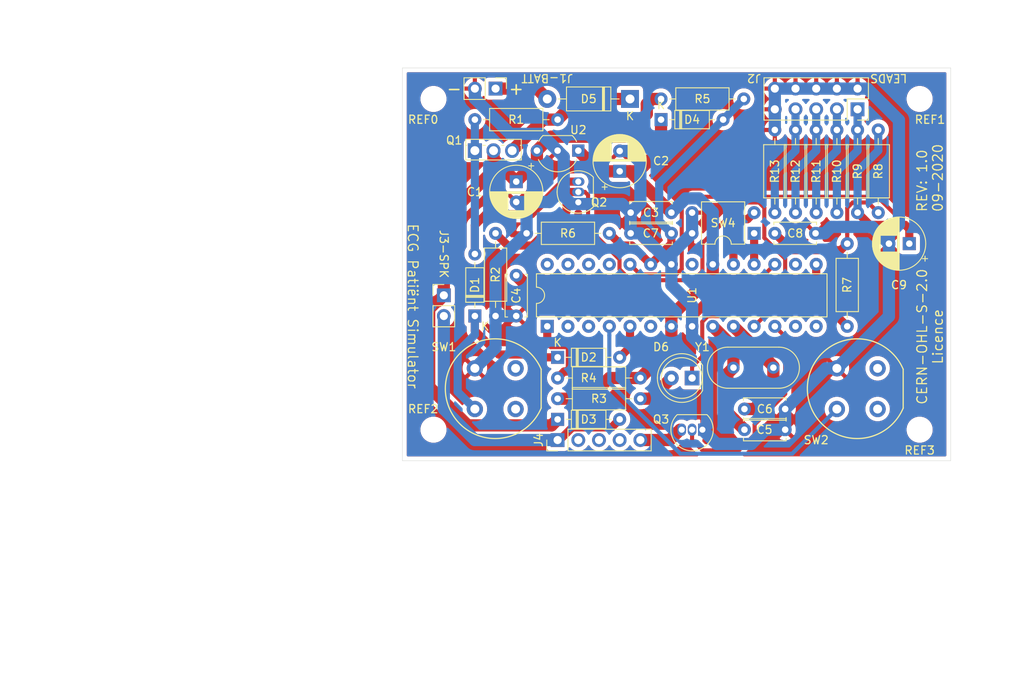
<source format=kicad_pcb>
(kicad_pcb (version 20171130) (host pcbnew "(5.1.0)-1")
  (title_block (title "ECG Patient Simulator for diagnostic use.") (date 2020-09-03) (rev 1.0) (company "Design:  Johan Smets - The STEAM Reactor") (comment 4 "3- or 5-Leadwire HeartRitme Generator fot testing ECG monitoring devices."))
  (layers (0 F.Cu signal) (31 B.Cu signal) (34 B.Paste user hide) (35 F.Paste user hide) (36 B.SilkS user) (37 F.SilkS user) (38 B.Mask user) (39 F.Mask user) (44 Edge.Cuts user))
  (net 0 "")
  (net 1 +9V)
  (net 2 "RL(Black)")
  (net 3 +5V)
  (net 4 "Net-(C5-Pad2)")
  (net 5 "Net-(C6-Pad2)")
  (net 6 "Net-(C7-Pad1)")
  (net 7 "Net-(C8-Pad1)")
  (net 8 "Net-(D1-Pad2)")
  (net 9 "Net-(D3-Pad2)")
  (net 10 "Net-(D5-Pad1)")
  (net 11 +BATT)
  (net 12 "LL(Green)")
  (net 13 "LA(Yellow)")
  (net 14 "V(White)")
  (net 15 "RA(Red)")
  (net 16 "Net-(J4-Pad2)")
  (net 17 "Net-(J4-Pad3)")
  (net 18 "Net-(J4-Pad4)")
  (net 19 "Net-(J4-Pad5)")
  (net 20 AutoPowerOff)
  (net 21 "Net-(Q3-Pad2)")
  (net 22 Wave)
  (net 23 "Net-(SW2-Pad1)")
  (net 24 "Net-(SW4-Pad1)")
  (net 25 "Net-(SW4-Pad2)")
  (net 26 "Net-(U1-Pad2)")
  (net 27 "Net-(U1-Pad16)")
  (net 28 "Net-(U1-Pad3)")
  (net 29 "Net-(U1-Pad21)")
  (net 30 "Net-(U1-Pad25)")
  (net 31 "Net-(U1-Pad26)")
  (net 32 "Net-(U1-Pad13)")
  (net 33 "Net-(U1-Pad27)")
  (net 34 "Net-(U1-Pad14)")
  (net 35 "Net-(U1-Pad28)")
  (net 36 SignalVoltage)
  (net 37 PowerOnSwitch)
  (net 38 "Net-(D2-Pad2)")
  (net 39 "Net-(D6-Pad1)")
  (net 40 "Net-(D6-Pad2)")
  (net 41 "Net-(R4-Pad2)")
  (net 42 "Net-(U1-Pad6)")
  (module MountingHole:MountingHole_2.2mm_M2_ISO7380 (layer F.Cu) (at 113.03 80.01)
    (fp_text reference REF0 (at -1.27 2.54) (layer F.SilkS))
    (fp_text value MountingHole_2.2mm_M2_ISO7380)
    (pad 1 np_thru_hole circle (at 0 0) (size 2.2 2.2) (drill 2.2) (layers *.Cu *.Mask))
  )
  (module MountingHole:MountingHole_2.2mm_M2_ISO7380 (layer F.Cu) (at 113.03 120.65)
    (fp_text reference REF2 (at -1.27 -2.54) (layer F.SilkS))
    (fp_text value MountingHole_2.2mm_M2_ISO7380)
    (pad 1 np_thru_hole circle (at 0 0) (size 2.2 2.2) (drill 2.2) (layers *.Cu *.Mask))
  )
  (module MountingHole:MountingHole_2.2mm_M2_ISO7380 (layer F.Cu) (at 172.72 120.65)
    (fp_text reference REF3 (at 0 2.54) (layer F.SilkS))
    (fp_text value MountingHole_2.2mm_M2_ISO7380)
    (pad 1 np_thru_hole circle (at 0 0) (size 2.2 2.2) (drill 2.2) (layers *.Cu *.Mask))
  )
  (module MountingHole:MountingHole_2.2mm_M2_ISO7380 (layer F.Cu) (at 172.72 80.01)
    (fp_text reference REF1 (at 1.27 2.54) (layer F.SilkS))
    (fp_text value MountingHole_2.2mm_M2_ISO7380)
    (pad 1 np_thru_hole circle (at 0 0) (size 2.2 2.2) (drill 2.2) (layers *.Cu *.Mask))
  )
  (module Capacitor_THT:CP_Radial_D6.3mm_P2.50mm (layer F.Cu) (at 123.19 90.17 270)
    (fp_text reference C1 (at 1.27 5.08) (layer F.SilkS))
    (fp_text value 10uF)
    (pad 1 thru_hole rect (at 0 0 270) (size 1.6 1.6) (drill 0.8) (layers *.Cu *.Mask) (net 1 +9V))
    (pad 2 thru_hole circle (at 2.5 0 270) (size 1.6 1.6) (drill 0.8) (layers *.Cu *.Mask) (net 2 "RL(Black)"))
  )
  (module Capacitor_THT:CP_Radial_D6.3mm_P2.50mm (layer F.Cu) (at 135.89 88.9 90)
    (fp_text reference C2 (at 1.27 5.08 180) (layer F.SilkS))
    (fp_text value 2,2uF)
    (pad 2 thru_hole circle (at 2.5 0 90) (size 1.6 1.6) (drill 0.8) (layers *.Cu *.Mask) (net 2 "RL(Black)"))
    (pad 1 thru_hole rect (at 0 0 90) (size 1.6 1.6) (drill 0.8) (layers *.Cu *.Mask) (net 3 +5V))
  )
  (module Capacitor_THT:C_Disc_D5.0mm_W2.5mm_P5.00mm (layer F.Cu) (at 142.24 93.98 180)
    (fp_text reference C3 (at 2.5 0 180) (layer F.SilkS))
    (fp_text value 100nF)
    (pad 2 thru_hole circle (at 5 0 180) (size 1.6 1.6) (drill 0.8) (layers *.Cu *.Mask) (net 2 "RL(Black)"))
    (pad 1 thru_hole circle (at 0 0 180) (size 1.6 1.6) (drill 0.8) (layers *.Cu *.Mask) (net 3 +5V))
  )
  (module Capacitor_THT:C_Disc_D5.0mm_W2.5mm_P5.00mm (layer F.Cu) (at 123.19 106.68 90)
    (fp_text reference C4 (at 2.5 0 90) (layer F.SilkS))
    (fp_text value 100nF)
    (pad 2 thru_hole circle (at 5 0 90) (size 1.6 1.6) (drill 0.8) (layers *.Cu *.Mask) (net 3 +5V))
    (pad 1 thru_hole circle (at 0 0 90) (size 1.6 1.6) (drill 0.8) (layers *.Cu *.Mask) (net 2 "RL(Black)"))
  )
  (module Capacitor_THT:C_Disc_D5.0mm_W2.5mm_P5.00mm (layer F.Cu) (at 156.21 120.65 180)
    (fp_text reference C5 (at 2.54 0 180) (layer F.SilkS))
    (fp_text value 22pF)
    (pad 1 thru_hole circle (at 0 0 180) (size 1.6 1.6) (drill 0.8) (layers *.Cu *.Mask) (net 2 "RL(Black)"))
    (pad 2 thru_hole circle (at 5 0 180) (size 1.6 1.6) (drill 0.8) (layers *.Cu *.Mask) (net 4 "Net-(C5-Pad2)"))
  )
  (module Capacitor_THT:C_Disc_D5.0mm_W2.5mm_P5.00mm (layer F.Cu) (at 156.21 118.11 180)
    (fp_text reference C6 (at 2.5 0 180) (layer F.SilkS))
    (fp_text value 22pF)
    (pad 2 thru_hole circle (at 5 0 180) (size 1.6 1.6) (drill 0.8) (layers *.Cu *.Mask) (net 5 "Net-(C6-Pad2)"))
    (pad 1 thru_hole circle (at 0 0 180) (size 1.6 1.6) (drill 0.8) (layers *.Cu *.Mask) (net 2 "RL(Black)"))
  )
  (module Capacitor_THT:C_Disc_D5.0mm_W2.5mm_P5.00mm (layer F.Cu) (at 142.24 96.52 180)
    (fp_text reference C7 (at 2.54 0 180) (layer F.SilkS))
    (fp_text value 200nF)
    (pad 1 thru_hole circle (at 0 0 180) (size 1.6 1.6) (drill 0.8) (layers *.Cu *.Mask) (net 6 "Net-(C7-Pad1)"))
    (pad 2 thru_hole circle (at 5 0 180) (size 1.6 1.6) (drill 0.8) (layers *.Cu *.Mask) (net 2 "RL(Black)"))
  )
  (module Capacitor_THT:C_Disc_D5.0mm_W2.5mm_P5.00mm (layer F.Cu) (at 154.94 96.52)
    (fp_text reference C8 (at 2.5 0) (layer F.SilkS))
    (fp_text value 47nF)
    (pad 1 thru_hole circle (at 0 0) (size 1.6 1.6) (drill 0.8) (layers *.Cu *.Mask) (net 7 "Net-(C8-Pad1)"))
    (pad 2 thru_hole circle (at 5 0) (size 1.6 1.6) (drill 0.8) (layers *.Cu *.Mask) (net 2 "RL(Black)"))
  )
  (module Capacitor_THT:CP_Radial_D6.3mm_P2.50mm (layer F.Cu) (at 171.45 97.79 180)
    (fp_text reference C9 (at 1.27 -5.08 180) (layer F.SilkS))
    (fp_text value 1uF)
    (pad 1 thru_hole rect (at 0 0 180) (size 1.6 1.6) (drill 0.8) (layers *.Cu *.Mask) (net 36 SignalVoltage))
    (pad 2 thru_hole circle (at 2.5 0 180) (size 1.6 1.6) (drill 0.8) (layers *.Cu *.Mask) (net 2 "RL(Black)"))
  )
  (module Diode_THT:D_DO-35_SOD27_P7.62mm_Horizontal (layer F.Cu) (at 118.11 106.68 90)
    (fp_text reference D1 (at 3.81 0 90) (layer F.SilkS))
    (fp_text value 1N4148)
    (fp_text user K (at -1.27 1.27 180) (layer F.SilkS))
    (pad 2 thru_hole oval (at 7.62 0 90) (size 1.6 1.6) (drill 0.8) (layers *.Cu *.Mask) (net 8 "Net-(D1-Pad2)"))
    (pad 1 thru_hole rect (at 0 0 90) (size 1.6 1.6) (drill 0.8) (layers *.Cu *.Mask) (net 37 PowerOnSwitch))
  )
  (module Diode_THT:D_DO-35_SOD27_P7.62mm_Horizontal (layer F.Cu) (at 128.27 111.76)
    (fp_text reference D2 (at 3.81 0) (layer F.SilkS))
    (fp_text value 1N4148)
    (fp_text user K (at 0 -1.8) (layer F.SilkS))
    (pad 1 thru_hole rect (at 0 0) (size 1.6 1.6) (drill 0.8) (layers *.Cu *.Mask) (net 37 PowerOnSwitch))
    (pad 2 thru_hole oval (at 7.62 0) (size 1.6 1.6) (drill 0.8) (layers *.Cu *.Mask) (net 38 "Net-(D2-Pad2)"))
  )
  (module Diode_THT:D_DO-35_SOD27_P7.62mm_Horizontal (layer F.Cu) (at 128.27 119.38)
    (fp_text reference D3 (at 3.81 0) (layer F.SilkS))
    (fp_text value 1N4148)
    (pad 2 thru_hole oval (at 7.62 0) (size 1.6 1.6) (drill 0.8) (layers *.Cu *.Mask) (net 9 "Net-(D3-Pad2)"))
    (pad 1 thru_hole rect (at 0 0) (size 1.6 1.6) (drill 0.8) (layers *.Cu *.Mask) (net 1 +9V))
  )
  (module Diode_THT:D_DO-35_SOD27_P7.62mm_Horizontal (layer F.Cu) (at 140.97 82.55)
    (fp_text reference D4 (at 3.81 0) (layer F.SilkS))
    (fp_text value 1N4148)
    (fp_text user K (at 0 -1.8) (layer F.SilkS))
    (pad 1 thru_hole rect (at 0 0) (size 1.6 1.6) (drill 0.8) (layers *.Cu *.Mask) (net 3 +5V))
    (pad 2 thru_hole oval (at 7.62 0) (size 1.6 1.6) (drill 0.8) (layers *.Cu *.Mask) (net 6 "Net-(C7-Pad1)"))
  )
  (module Diode_THT:D_DO-41_SOD81_P10.16mm_Horizontal (layer F.Cu) (at 137.16 80.01 180)
    (fp_text reference D5 (at 5.08 0 180) (layer F.SilkS))
    (fp_text value 1N4001)
    (fp_text user K (at 0 -2.1 180) (layer F.SilkS))
    (pad 1 thru_hole rect (at 0 0 180) (size 2.2 2.2) (drill 1.1) (layers *.Cu *.Mask) (net 10 "Net-(D5-Pad1)"))
    (pad 2 thru_hole oval (at 10.16 0 180) (size 2.2 2.2) (drill 1.1) (layers *.Cu *.Mask) (net 11 +BATT))
  )
  (module LED_THT:LED_D5.0mm (layer F.Cu) (at 144.78 114.3 180)
    (fp_text reference D6 (at 3.81 3.81 180) (layer F.SilkS))
    (fp_text value LED)
    (pad 1 thru_hole rect (at 0 0 180) (size 1.8 1.8) (drill 0.9) (layers *.Cu *.Mask) (net 39 "Net-(D6-Pad1)"))
    (pad 2 thru_hole circle (at 2.54 0 180) (size 1.8 1.8) (drill 0.9) (layers *.Cu *.Mask) (net 40 "Net-(D6-Pad2)"))
  )
  (module Connector_PinHeader_2.54mm:PinHeader_1x02_P2.54mm_Vertical (layer F.Cu) (at 120.65 78.74 270)
    (fp_text reference J1-BATT (at -1.27 -6.35 180 unlocked) (layer F.SilkS))
    (fp_text value "Battery Connector")
    (pad 1 thru_hole rect (at 0 0 270) (size 1.7 1.7) (drill 1) (layers *.Cu *.Mask) (net 11 +BATT))
    (pad 2 thru_hole oval (at 0 2.54 270) (size 1.7 1.7) (drill 1) (layers *.Cu *.Mask) (net 2 "RL(Black)"))
  )
  (module Connector_PinSocket_2.54mm:PinSocket_2x05_P2.54mm_Vertical (layer F.Cu) (at 165.1 81.28 270)
    (fp_text reference J2 (at -3.81 12.7 180 unlocked) (layer F.SilkS))
    (fp_text value "LeadWire Connector")
    (pad 1 thru_hole rect (at 0 0 270) (size 1.7 1.7) (drill 1) (layers *.Cu *.Mask) (net 12 "LL(Green)"))
    (pad 2 thru_hole oval (at -2.54 0 270) (size 1.7 1.7) (drill 1) (layers *.Cu *.Mask) (net 2 "RL(Black)"))
    (pad 3 thru_hole oval (at 0 2.54 270) (size 1.7 1.7) (drill 1) (layers *.Cu *.Mask) (net 13 "LA(Yellow)"))
    (pad 4 thru_hole oval (at -2.54 2.54 270) (size 1.7 1.7) (drill 1) (layers *.Cu *.Mask) (net 2 "RL(Black)"))
    (pad 5 thru_hole oval (at 0 5.08 270) (size 1.7 1.7) (drill 1) (layers *.Cu *.Mask) (net 14 "V(White)"))
    (pad 6 thru_hole oval (at -2.54 5.08 270) (size 1.7 1.7) (drill 1) (layers *.Cu *.Mask) (net 2 "RL(Black)"))
    (pad 7 thru_hole oval (at 0 7.62 270) (size 1.7 1.7) (drill 1) (layers *.Cu *.Mask) (net 15 "RA(Red)"))
    (pad 8 thru_hole oval (at -2.54 7.62 270) (size 1.7 1.7) (drill 1) (layers *.Cu *.Mask) (net 2 "RL(Black)"))
    (pad 9 thru_hole oval (at 0 10.16 270) (size 1.7 1.7) (drill 1) (layers *.Cu *.Mask) (net 2 "RL(Black)"))
    (pad 10 thru_hole oval (at -2.54 10.16 270) (size 1.7 1.7) (drill 1) (layers *.Cu *.Mask) (net 2 "RL(Black)"))
  )
  (module Connector_PinHeader_2.54mm:PinHeader_1x02_P2.54mm_Vertical (layer F.Cu) (at 114.3 104.14)
    (fp_text reference J3-SPK (at 0 -5.08 270 unlocked) (layer F.SilkS))
    (fp_text value "Speaker Connector")
    (pad 2 thru_hole oval (at 0 2.54) (size 1.7 1.7) (drill 1) (layers *.Cu *.Mask) (net 9 "Net-(D3-Pad2)"))
    (pad 1 thru_hole rect (at 0 0) (size 1.7 1.7) (drill 1) (layers *.Cu *.Mask) (net 1 +9V))
  )
  (module Connector_PinHeader_2.54mm:PinHeader_1x05_P2.54mm_Vertical (layer F.Cu) (at 128.27 121.92 90)
    (fp_text reference J4 (at 0 -2.33 90) (layer F.SilkS))
    (fp_text value "Att Resistor")
    (pad 1 thru_hole rect (at 0 0 90) (size 1.7 1.7) (drill 1) (layers *.Cu *.Mask) (net 9 "Net-(D3-Pad2)"))
    (pad 2 thru_hole oval (at 0 2.54 90) (size 1.7 1.7) (drill 1) (layers *.Cu *.Mask) (net 16 "Net-(J4-Pad2)"))
    (pad 3 thru_hole oval (at 0 5.08 90) (size 1.7 1.7) (drill 1) (layers *.Cu *.Mask) (net 17 "Net-(J4-Pad3)"))
    (pad 4 thru_hole oval (at 0 7.62 90) (size 1.7 1.7) (drill 1) (layers *.Cu *.Mask) (net 18 "Net-(J4-Pad4)"))
    (pad 5 thru_hole oval (at 0 10.16 90) (size 1.7 1.7) (drill 1) (layers *.Cu *.Mask) (net 19 "Net-(J4-Pad5)"))
  )
  (module Package_TO_SOT_THT:TO-251-3_Vertical (layer F.Cu) (at 118.11 86.36)
    (fp_text reference Q1 (at -2.54 -1.27) (layer F.SilkS))
    (fp_text value IRFU9024)
    (pad 1 thru_hole rect (at 0 0) (size 1.7175 1.8) (drill 1.1) (layers *.Cu *.Mask) (net 8 "Net-(D1-Pad2)"))
    (pad 2 thru_hole oval (at 2.29 0) (size 1.7175 1.8) (drill 1.1) (layers *.Cu *.Mask) (net 1 +9V))
    (pad 3 thru_hole oval (at 4.58 0) (size 1.7175 1.8) (drill 1.1) (layers *.Cu *.Mask) (net 10 "Net-(D5-Pad1)"))
  )
  (module Package_TO_SOT_THT:TO-92_Inline (layer F.Cu) (at 130.81 92.71 90)
    (fp_text reference Q2 (at 0 2.54 180) (layer F.SilkS))
    (fp_text value 2N7000)
    (pad 1 thru_hole rect (at 0 0 90) (size 1.05 1.5) (drill 0.75) (layers *.Cu *.Mask) (net 2 "RL(Black)"))
    (pad 3 thru_hole oval (at 2.54 0 90) (size 1.05 1.5) (drill 0.75) (layers *.Cu *.Mask) (net 8 "Net-(D1-Pad2)"))
    (pad 2 thru_hole oval (at 1.27 0 90) (size 1.05 1.5) (drill 0.75) (layers *.Cu *.Mask) (net 20 AutoPowerOff))
  )
  (module Package_TO_SOT_THT:TO-92_Inline (layer F.Cu) (at 146.05 120.65 180)
    (fp_text reference Q3 (at 5.08 1.27 180) (layer F.SilkS))
    (fp_text value 2N7000)
    (pad 2 thru_hole oval (at 1.27 0 180) (size 1.05 1.5) (drill 0.75) (layers *.Cu *.Mask) (net 21 "Net-(Q3-Pad2)"))
    (pad 3 thru_hole oval (at 2.54 0 180) (size 1.05 1.5) (drill 0.75) (layers *.Cu *.Mask) (net 19 "Net-(J4-Pad5)"))
    (pad 1 thru_hole rect (at 0 0 180) (size 1.05 1.5) (drill 0.75) (layers *.Cu *.Mask) (net 2 "RL(Black)"))
  )
  (module Resistor_THT:R_Axial_DIN0207_L6.3mm_D2.5mm_P10.16mm_Horizontal (layer F.Cu) (at 118.11 82.55)
    (fp_text reference R1 (at 5.08 0) (layer F.SilkS))
    (fp_text value 56K)
    (pad 2 thru_hole oval (at 10.16 0) (size 1.6 1.6) (drill 0.8) (layers *.Cu *.Mask) (net 10 "Net-(D5-Pad1)"))
    (pad 1 thru_hole circle (at 0 0) (size 1.6 1.6) (drill 0.8) (layers *.Cu *.Mask) (net 8 "Net-(D1-Pad2)"))
  )
  (module Resistor_THT:R_Axial_DIN0207_L6.3mm_D2.5mm_P10.16mm_Horizontal (layer F.Cu) (at 120.65 96.52 270)
    (fp_text reference R2 (at 5.08 0 270) (layer F.SilkS))
    (fp_text value 56K)
    (pad 1 thru_hole circle (at 0 0 270) (size 1.6 1.6) (drill 0.8) (layers *.Cu *.Mask) (net 20 AutoPowerOff))
    (pad 2 thru_hole oval (at 10.16 0 270) (size 1.6 1.6) (drill 0.8) (layers *.Cu *.Mask) (net 2 "RL(Black)"))
  )
  (module Resistor_THT:R_Axial_DIN0207_L6.3mm_D2.5mm_P10.16mm_Horizontal (layer F.Cu) (at 128.27 116.84)
    (fp_text reference R3 (at 5.08 0) (layer F.SilkS))
    (fp_text value 220R)
    (pad 2 thru_hole oval (at 10.16 0) (size 1.6 1.6) (drill 0.8) (layers *.Cu *.Mask) (net 40 "Net-(D6-Pad2)"))
    (pad 1 thru_hole circle (at 0 0) (size 1.6 1.6) (drill 0.8) (layers *.Cu *.Mask) (net 3 +5V))
  )
  (module Resistor_THT:R_Axial_DIN0207_L6.3mm_D2.5mm_P10.16mm_Horizontal (layer F.Cu) (at 138.43 114.3 180)
    (fp_text reference R4 (at 6.35 0 180) (layer F.SilkS))
    (fp_text value 10K)
    (pad 1 thru_hole circle (at 0 0 180) (size 1.6 1.6) (drill 0.8) (layers *.Cu *.Mask) (net 3 +5V))
    (pad 2 thru_hole oval (at 10.16 0 180) (size 1.6 1.6) (drill 0.8) (layers *.Cu *.Mask) (net 41 "Net-(R4-Pad2)"))
  )
  (module Resistor_THT:R_Axial_DIN0207_L6.3mm_D2.5mm_P10.16mm_Horizontal (layer F.Cu) (at 140.97 80.01)
    (fp_text reference R5 (at 5.08 0) (layer F.SilkS))
    (fp_text value 5K6)
    (pad 2 thru_hole oval (at 10.16 0) (size 1.6 1.6) (drill 0.8) (layers *.Cu *.Mask) (net 6 "Net-(C7-Pad1)"))
    (pad 1 thru_hole circle (at 0 0) (size 1.6 1.6) (drill 0.8) (layers *.Cu *.Mask) (net 1 +9V))
  )
  (module Resistor_THT:R_Axial_DIN0207_L6.3mm_D2.5mm_P10.16mm_Horizontal (layer F.Cu) (at 134.62 96.52 180)
    (fp_text reference R6 (at 5.08 0 180) (layer F.SilkS))
    (fp_text value 2K7)
    (pad 1 thru_hole circle (at 0 0 180) (size 1.6 1.6) (drill 0.8) (layers *.Cu *.Mask) (net 6 "Net-(C7-Pad1)"))
    (pad 2 thru_hole oval (at 10.16 0 180) (size 1.6 1.6) (drill 0.8) (layers *.Cu *.Mask) (net 2 "RL(Black)"))
  )
  (module Resistor_THT:R_Axial_DIN0207_L6.3mm_D2.5mm_P10.16mm_Horizontal (layer F.Cu) (at 163.83 97.79 270)
    (fp_text reference R7 (at 5.08 0 270) (layer F.SilkS))
    (fp_text value 10K)
    (pad 1 thru_hole circle (at 0 0 270) (size 1.6 1.6) (drill 0.8) (layers *.Cu *.Mask) (net 7 "Net-(C8-Pad1)"))
    (pad 2 thru_hole oval (at 10.16 0 270) (size 1.6 1.6) (drill 0.8) (layers *.Cu *.Mask) (net 22 Wave))
  )
  (module Resistor_THT:R_Axial_DIN0207_L6.3mm_D2.5mm_P10.16mm_Horizontal (layer F.Cu) (at 167.64 83.82 270)
    (fp_text reference R8 (at 5.08 0 270) (layer F.SilkS))
    (fp_text value 820R)
    (pad 2 thru_hole oval (at 10.16 0 270) (size 1.6 1.6) (drill 0.8) (layers *.Cu *.Mask) (net 7 "Net-(C8-Pad1)"))
    (pad 1 thru_hole circle (at 0 0 270) (size 1.6 1.6) (drill 0.8) (layers *.Cu *.Mask) (net 36 SignalVoltage))
  )
  (module Resistor_THT:R_Axial_DIN0207_L6.3mm_D2.5mm_P10.16mm_Horizontal (layer F.Cu) (at 165.1 83.82 270)
    (fp_text reference R9 (at 5.08 0 270) (layer F.SilkS))
    (fp_text value 470K)
    (pad 1 thru_hole circle (at 0 0 270) (size 1.6 1.6) (drill 0.8) (layers *.Cu *.Mask) (net 12 "LL(Green)"))
    (pad 2 thru_hole oval (at 10.16 0 270) (size 1.6 1.6) (drill 0.8) (layers *.Cu *.Mask) (net 36 SignalVoltage))
  )
  (module Resistor_THT:R_Axial_DIN0207_L6.3mm_D2.5mm_P10.16mm_Horizontal (layer F.Cu) (at 162.56 83.82 270)
    (fp_text reference R10 (at 5.08 0 270) (layer F.SilkS))
    (fp_text value 330R)
    (pad 2 thru_hole oval (at 10.16 0 270) (size 1.6 1.6) (drill 0.8) (layers *.Cu *.Mask) (net 12 "LL(Green)"))
    (pad 1 thru_hole circle (at 0 0 270) (size 1.6 1.6) (drill 0.8) (layers *.Cu *.Mask) (net 13 "LA(Yellow)"))
  )
  (module Resistor_THT:R_Axial_DIN0207_L6.3mm_D2.5mm_P10.16mm_Horizontal (layer F.Cu) (at 160.02 93.98 90)
    (fp_text reference R11 (at 5.08 0 90) (layer F.SilkS))
    (fp_text value 27R)
    (pad 1 thru_hole circle (at 0 0 90) (size 1.6 1.6) (drill 0.8) (layers *.Cu *.Mask) (net 13 "LA(Yellow)"))
    (pad 2 thru_hole oval (at 10.16 0 90) (size 1.6 1.6) (drill 0.8) (layers *.Cu *.Mask) (net 14 "V(White)"))
  )
  (module Resistor_THT:R_Axial_DIN0207_L6.3mm_D2.5mm_P10.16mm_Horizontal (layer F.Cu) (at 157.48 93.98 90)
    (fp_text reference R12 (at 5.08 0 90) (layer F.SilkS))
    (fp_text value 82R)
    (pad 2 thru_hole oval (at 10.16 0 90) (size 1.6 1.6) (drill 0.8) (layers *.Cu *.Mask) (net 15 "RA(Red)"))
    (pad 1 thru_hole circle (at 0 0 90) (size 1.6 1.6) (drill 0.8) (layers *.Cu *.Mask) (net 14 "V(White)"))
  )
  (module Resistor_THT:R_Axial_DIN0207_L6.3mm_D2.5mm_P10.16mm_Horizontal (layer F.Cu) (at 154.94 93.98 90)
    (fp_text reference R13 (at 5.08 0 90) (layer F.SilkS))
    (fp_text value 390R)
    (pad 1 thru_hole circle (at 0 0 90) (size 1.6 1.6) (drill 0.8) (layers *.Cu *.Mask) (net 15 "RA(Red)"))
    (pad 2 thru_hole oval (at 10.16 0 90) (size 1.6 1.6) (drill 0.8) (layers *.Cu *.Mask) (net 2 "RL(Black)"))
  )
  (module Button_Switch_THT:Push_E-Switch_KS01Q01 (layer F.Cu) (at 118.11 118.11 90)
    (fp_text reference SW1 (at 7.62 -3.81 180) (layer F.SilkS))
    (fp_text value UP)
    (pad 3 thru_hole circle (at 0 5 90) (size 2 2) (drill 1.1) (layers *.Cu *.Mask))
    (pad 4 thru_hole circle (at 5 5 90) (size 2 2) (drill 1.1) (layers *.Cu *.Mask))
    (pad 2 thru_hole circle (at 5 0 90) (size 2 2) (drill 1.1) (layers *.Cu *.Mask) (net 2 "RL(Black)"))
    (pad 1 thru_hole circle (at 0 0 90) (size 2 2) (drill 1.1) (layers *.Cu *.Mask) (net 37 PowerOnSwitch))
  )
  (module Button_Switch_THT:Push_E-Switch_KS01Q01 (layer F.Cu) (at 162.56 118.11 90)
    (fp_text reference SW2 (at -3.81 -2.54 180) (layer F.SilkS))
    (fp_text value DOWN)
    (pad 1 thru_hole circle (at 0 0 90) (size 2 2) (drill 1.1) (layers *.Cu *.Mask) (net 23 "Net-(SW2-Pad1)"))
    (pad 2 thru_hole circle (at 5 0 90) (size 2 2) (drill 1.1) (layers *.Cu *.Mask) (net 2 "RL(Black)"))
    (pad 4 thru_hole circle (at 5 5 90) (size 2 2) (drill 1.1) (layers *.Cu *.Mask))
    (pad 3 thru_hole circle (at 0 5 90) (size 2 2) (drill 1.1) (layers *.Cu *.Mask))
  )
  (module Package_DIP:DIP-4_W7.62mm (layer F.Cu) (at 152.4 96.52 180)
    (fp_text reference SW4 (at 3.81 1.27 180) (layer F.SilkS))
    (fp_text value DIP_x02)
    (pad 1 thru_hole rect (at 0 0 180) (size 1.6 1.6) (drill 0.8) (layers *.Cu *.Mask) (net 24 "Net-(SW4-Pad1)"))
    (pad 3 thru_hole oval (at 7.62 2.54 180) (size 1.6 1.6) (drill 0.8) (layers *.Cu *.Mask) (net 2 "RL(Black)"))
    (pad 2 thru_hole oval (at 0 2.54 180) (size 1.6 1.6) (drill 0.8) (layers *.Cu *.Mask) (net 25 "Net-(SW4-Pad2)"))
    (pad 4 thru_hole oval (at 7.62 0 180) (size 1.6 1.6) (drill 0.8) (layers *.Cu *.Mask) (net 2 "RL(Black)"))
  )
  (module Package_DIP:DIP-28_W7.62mm (layer F.Cu) (at 127 107.95 90)
    (fp_text reference U1 (at 3.81 17.78 90) (layer F.SilkS))
    (fp_text value ATmega328-PU)
    (pad 1 thru_hole rect (at 0 0 90) (size 1.6 1.6) (drill 0.8) (layers *.Cu *.Mask) (net 41 "Net-(R4-Pad2)"))
    (pad 15 thru_hole oval (at 7.62 33.02 90) (size 1.6 1.6) (drill 0.8) (layers *.Cu *.Mask) (net 22 Wave))
    (pad 2 thru_hole oval (at 0 2.54 90) (size 1.6 1.6) (drill 0.8) (layers *.Cu *.Mask) (net 26 "Net-(U1-Pad2)"))
    (pad 16 thru_hole oval (at 7.62 30.48 90) (size 1.6 1.6) (drill 0.8) (layers *.Cu *.Mask) (net 27 "Net-(U1-Pad16)"))
    (pad 3 thru_hole oval (at 0 5.08 90) (size 1.6 1.6) (drill 0.8) (layers *.Cu *.Mask) (net 28 "Net-(U1-Pad3)"))
    (pad 17 thru_hole oval (at 7.62 27.94 90) (size 1.6 1.6) (drill 0.8) (layers *.Cu *.Mask) (net 39 "Net-(D6-Pad1)"))
    (pad 4 thru_hole oval (at 0 7.62 90) (size 1.6 1.6) (drill 0.8) (layers *.Cu *.Mask) (net 23 "Net-(SW2-Pad1)"))
    (pad 18 thru_hole oval (at 7.62 25.4 90) (size 1.6 1.6) (drill 0.8) (layers *.Cu *.Mask) (net 24 "Net-(SW4-Pad1)"))
    (pad 5 thru_hole oval (at 0 10.16 90) (size 1.6 1.6) (drill 0.8) (layers *.Cu *.Mask) (net 38 "Net-(D2-Pad2)"))
    (pad 19 thru_hole oval (at 7.62 22.86 90) (size 1.6 1.6) (drill 0.8) (layers *.Cu *.Mask) (net 25 "Net-(SW4-Pad2)"))
    (pad 6 thru_hole oval (at 0 12.7 90) (size 1.6 1.6) (drill 0.8) (layers *.Cu *.Mask) (net 42 "Net-(U1-Pad6)"))
    (pad 20 thru_hole oval (at 7.62 20.32 90) (size 1.6 1.6) (drill 0.8) (layers *.Cu *.Mask) (net 3 +5V))
    (pad 7 thru_hole oval (at 0 15.24 90) (size 1.6 1.6) (drill 0.8) (layers *.Cu *.Mask) (net 3 +5V))
    (pad 21 thru_hole oval (at 7.62 17.78 90) (size 1.6 1.6) (drill 0.8) (layers *.Cu *.Mask) (net 29 "Net-(U1-Pad21)"))
    (pad 8 thru_hole oval (at 0 17.78 90) (size 1.6 1.6) (drill 0.8) (layers *.Cu *.Mask) (net 2 "RL(Black)"))
    (pad 22 thru_hole oval (at 7.62 15.24 90) (size 1.6 1.6) (drill 0.8) (layers *.Cu *.Mask) (net 2 "RL(Black)"))
    (pad 9 thru_hole oval (at 0 20.32 90) (size 1.6 1.6) (drill 0.8) (layers *.Cu *.Mask) (net 4 "Net-(C5-Pad2)"))
    (pad 23 thru_hole oval (at 7.62 12.7 90) (size 1.6 1.6) (drill 0.8) (layers *.Cu *.Mask) (net 6 "Net-(C7-Pad1)"))
    (pad 10 thru_hole oval (at 0 22.86 90) (size 1.6 1.6) (drill 0.8) (layers *.Cu *.Mask) (net 5 "Net-(C6-Pad2)"))
    (pad 24 thru_hole oval (at 7.62 10.16 90) (size 1.6 1.6) (drill 0.8) (layers *.Cu *.Mask) (net 36 SignalVoltage))
    (pad 11 thru_hole oval (at 0 25.4 90) (size 1.6 1.6) (drill 0.8) (layers *.Cu *.Mask) (net 20 AutoPowerOff))
    (pad 25 thru_hole oval (at 7.62 7.62 90) (size 1.6 1.6) (drill 0.8) (layers *.Cu *.Mask) (net 30 "Net-(U1-Pad25)"))
    (pad 12 thru_hole oval (at 0 27.94 90) (size 1.6 1.6) (drill 0.8) (layers *.Cu *.Mask) (net 21 "Net-(Q3-Pad2)"))
    (pad 26 thru_hole oval (at 7.62 5.08 90) (size 1.6 1.6) (drill 0.8) (layers *.Cu *.Mask) (net 31 "Net-(U1-Pad26)"))
    (pad 13 thru_hole oval (at 0 30.48 90) (size 1.6 1.6) (drill 0.8) (layers *.Cu *.Mask) (net 32 "Net-(U1-Pad13)"))
    (pad 27 thru_hole oval (at 7.62 2.54 90) (size 1.6 1.6) (drill 0.8) (layers *.Cu *.Mask) (net 33 "Net-(U1-Pad27)"))
    (pad 14 thru_hole oval (at 0 33.02 90) (size 1.6 1.6) (drill 0.8) (layers *.Cu *.Mask) (net 34 "Net-(U1-Pad14)"))
    (pad 28 thru_hole oval (at 7.62 0 90) (size 1.6 1.6) (drill 0.8) (layers *.Cu *.Mask) (net 35 "Net-(U1-Pad28)"))
  )
  (module Package_TO_SOT_THT:TO-92_Inline_Wide (layer F.Cu) (at 130.81 86.36 180)
    (fp_text reference U2 (at 0 2.54 180) (layer F.SilkS))
    (fp_text value LE50ABZ)
    (pad 2 thru_hole circle (at 2.54 0 270) (size 1.5 1.5) (drill 0.8) (layers *.Cu *.Mask) (net 2 "RL(Black)"))
    (pad 3 thru_hole circle (at 5.08 0 270) (size 1.5 1.5) (drill 0.8) (layers *.Cu *.Mask) (net 1 +9V))
    (pad 1 thru_hole rect (at 0 0 270) (size 1.5 1.5) (drill 0.8) (layers *.Cu *.Mask) (net 3 +5V))
  )
  (module Crystal:Crystal_HC18-U_Vertical (layer F.Cu) (at 149.86 113.03)
    (fp_text reference Y1 (at -3.81 -2.54) (layer F.SilkS))
    (fp_text value 16Mhz)
    (pad 1 thru_hole circle (at 0 0) (size 1.5 1.5) (drill 0.8) (layers *.Cu *.Mask) (net 4 "Net-(C5-Pad2)"))
    (pad 2 thru_hole circle (at 4.9 0) (size 1.5 1.5) (drill 0.8) (layers *.Cu *.Mask) (net 5 "Net-(C6-Pad2)"))
  )
  (gr_text "CERN-OHL-S-2.0\nLicence" (at 173.99 109.22 90) (layer F.SilkS) (effects (font (size 1.2 1.2))))
  (gr_text LEADS (at 168.91 77.47 180) (layer F.SilkS) (effects (font (size 1 1))))
  (gr_text - (at 115.57 78.74) (layer F.SilkS) (effects (font (size 1.5 1.5) (thickness 0.2))))
  (gr_text + (at 123.19 78.74) (layer F.SilkS) (effects (font (size 1.5 1.5) (thickness 0.2))))
  (gr_text "REV: 1.0\n09-2020" (at 173.99 93.98 90) (layer F.SilkS) (effects (font (size 1.2 1.2)) (justify left)))
  (gr_text "ECG Patiënt Simulator" (at 110.49 95.25 270) (layer F.SilkS) (effects (font (size 1.2 1.2)) (justify left)))
  (gr_line (start 109.22 76.2) (end 109.22 124.46) (layer Edge.Cuts) (width 0.05))
  (gr_line (start 176.53 76.2) (end 109.22 76.2) (layer Edge.Cuts) (width 0.05))
  (gr_line (start 176.53 124.46) (end 176.53 76.2) (layer Edge.Cuts) (width 0.05))
  (gr_line (start 109.22 124.46) (end 176.53 124.46) (layer Edge.Cuts) (width 0.05))
  (segment (start 120.4 87.38) (end 123.19 90.17) (width 1.5) (layer F.Cu) (net 1))
  (segment (start 120.4 86.36) (end 120.4 87.38) (width 1.5) (layer F.Cu) (net 1))
  (segment (start 123.19 90.17) (end 125.73 87.63) (width 1.5) (layer F.Cu) (net 1))
  (segment (start 125.73 87.63) (end 125.73 86.36) (width 1.5) (layer F.Cu) (net 1))
  (segment (start 114.3 101.79) (end 114.3 104.14) (width 1.5) (layer F.Cu) (net 1))
  (segment (start 114.3 94.86) (end 114.3 101.79) (width 1.5) (layer F.Cu) (net 1))
  (segment (start 120.4 88.76) (end 114.3 94.86) (width 1.5) (layer F.Cu) (net 1))
  (segment (start 120.4 86.36) (end 120.4 88.76) (width 1.5) (layer F.Cu) (net 1))
  (segment (start 127.530001 120.119999) (end 128.27 119.38) (width 1.5) (layer F.Cu) (net 1))
  (segment (start 114.3 104.14) (end 113.560001 104.879999) (width 1.5) (layer F.Cu) (net 1))
  (segment (start 113.560001 104.879999) (end 113.435999 104.879999) (width 1.5) (layer F.Cu) (net 1))
  (segment (start 113.435999 104.879999) (end 112.499999 105.815999) (width 1.5) (layer F.Cu) (net 1))
  (segment (start 112.499999 105.815999) (end 112.499999 115.386001) (width 1.5) (layer F.Cu) (net 1))
  (segment (start 112.499999 115.386001) (end 117.233997 120.119999) (width 1.5) (layer F.Cu) (net 1))
  (segment (start 117.233997 120.119999) (end 127.530001 120.119999) (width 1.5) (layer F.Cu) (net 1))
  (segment (start 139.83863 80.01) (end 140.97 80.01) (width 1.5) (layer F.Cu) (net 1))
  (segment (start 139.219999 80.628631) (end 139.83863 80.01) (width 1.5) (layer F.Cu) (net 1))
  (segment (start 139.219999 81.860003) (end 139.219999 80.628631) (width 1.5) (layer F.Cu) (net 1))
  (segment (start 136.430003 84.649999) (end 139.219999 81.860003) (width 1.5) (layer F.Cu) (net 1))
  (segment (start 127.440001 84.649999) (end 136.430003 84.649999) (width 1.5) (layer F.Cu) (net 1))
  (segment (start 125.73 86.36) (end 127.440001 84.649999) (width 1.5) (layer F.Cu) (net 1))
  (segment (start 127.520001 85.610001) (end 128.27 86.36) (width 1.5) (layer B.Cu) (net 2))
  (segment (start 126.210001 84.300001) (end 127.520001 85.610001) (width 1.5) (layer B.Cu) (net 2))
  (segment (start 122.450003 84.300001) (end 126.210001 84.300001) (width 1.5) (layer B.Cu) (net 2))
  (segment (start 118.11 79.959998) (end 122.450003 84.300001) (width 1.5) (layer B.Cu) (net 2))
  (segment (start 118.11 78.74) (end 118.11 79.959998) (width 1.5) (layer B.Cu) (net 2))
  (segment (start 129.019999 87.109999) (end 128.27 86.36) (width 1.5) (layer B.Cu) (net 2))
  (segment (start 137.24 93.98) (end 137.24 96.52) (width 1.5) (layer B.Cu) (net 2))
  (segment (start 138.43 96.52) (end 142.24 100.33) (width 1.5) (layer B.Cu) (net 2))
  (segment (start 137.24 96.52) (end 138.43 96.52) (width 1.5) (layer B.Cu) (net 2))
  (segment (start 142.24 99.06) (end 144.78 96.52) (width 1.5) (layer B.Cu) (net 2))
  (segment (start 142.24 100.33) (end 142.24 99.06) (width 1.5) (layer B.Cu) (net 2))
  (segment (start 144.78 96.52) (end 144.78 93.98) (width 1.5) (layer B.Cu) (net 2))
  (segment (start 142.24 100.33) (end 142.24 102.87) (width 1.5) (layer B.Cu) (net 2))
  (segment (start 142.24 102.87) (end 144.78 105.41) (width 1.5) (layer B.Cu) (net 2))
  (segment (start 137.24 93.98) (end 138.43 92.79) (width 1.5) (layer B.Cu) (net 2))
  (segment (start 137.02137 86.4) (end 135.89 86.4) (width 1.5) (layer B.Cu) (net 2))
  (segment (start 138.43 87.80863) (end 137.02137 86.4) (width 1.5) (layer B.Cu) (net 2))
  (segment (start 138.43 92.79) (end 138.43 87.80863) (width 1.5) (layer B.Cu) (net 2))
  (segment (start 168.150001 96.990001) (end 168.95 97.79) (width 1.5) (layer B.Cu) (net 2))
  (segment (start 166.890001 95.730001) (end 168.150001 96.990001) (width 1.5) (layer B.Cu) (net 2))
  (segment (start 161.861369 95.730001) (end 166.890001 95.730001) (width 1.5) (layer B.Cu) (net 2))
  (segment (start 161.07137 96.52) (end 161.861369 95.730001) (width 1.5) (layer B.Cu) (net 2))
  (segment (start 159.94 96.52) (end 161.07137 96.52) (width 1.5) (layer B.Cu) (net 2))
  (segment (start 168.95 106.72) (end 162.56 113.11) (width 1.5) (layer B.Cu) (net 2))
  (segment (start 168.95 97.79) (end 168.95 106.72) (width 1.5) (layer B.Cu) (net 2))
  (segment (start 161.21 113.11) (end 156.21 118.11) (width 1.5) (layer B.Cu) (net 2))
  (segment (start 162.56 113.11) (end 161.21 113.11) (width 1.5) (layer B.Cu) (net 2))
  (segment (start 156.21 118.11) (end 156.21 120.65) (width 1.5) (layer B.Cu) (net 2))
  (segment (start 146.630001 111.070001) (end 144.78 109.22) (width 1.5) (layer B.Cu) (net 2))
  (segment (start 156.21 120.65) (end 153.800002 120.65) (width 1.5) (layer B.Cu) (net 2))
  (segment (start 146.630001 120.069999) (end 146.630001 111.070001) (width 1.5) (layer B.Cu) (net 2))
  (segment (start 153.800002 120.65) (end 152.050001 122.400001) (width 1.5) (layer B.Cu) (net 2))
  (segment (start 147.800001 122.400001) (end 146.25501 120.85501) (width 1.5) (layer B.Cu) (net 2))
  (segment (start 144.78 109.22) (end 144.78 107.95) (width 1.5) (layer B.Cu) (net 2))
  (segment (start 152.050001 122.400001) (end 147.800001 122.400001) (width 1.5) (layer B.Cu) (net 2))
  (segment (start 146.25501 120.85501) (end 146.25501 120.44499) (width 1.5) (layer B.Cu) (net 2))
  (segment (start 146.25501 120.44499) (end 146.630001 120.069999) (width 1.5) (layer B.Cu) (net 2))
  (segment (start 168.95 96.65863) (end 170.18 95.42863) (width 1.5) (layer B.Cu) (net 2))
  (segment (start 168.95 97.79) (end 168.95 96.65863) (width 1.5) (layer B.Cu) (net 2))
  (segment (start 166.302081 78.74) (end 165.1 78.74) (width 1.5) (layer B.Cu) (net 2))
  (segment (start 170.18 82.617919) (end 166.302081 78.74) (width 1.5) (layer B.Cu) (net 2))
  (segment (start 170.18 95.42863) (end 170.18 82.617919) (width 1.5) (layer B.Cu) (net 2))
  (segment (start 165.1 78.74) (end 162.56 78.74) (width 1.5) (layer B.Cu) (net 2))
  (segment (start 162.56 78.74) (end 160.02 78.74) (width 1.5) (layer B.Cu) (net 2))
  (segment (start 160.02 78.74) (end 157.48 78.74) (width 1.5) (layer B.Cu) (net 2))
  (segment (start 157.48 78.74) (end 154.94 78.74) (width 1.5) (layer B.Cu) (net 2))
  (segment (start 154.94 78.74) (end 154.94 81.28) (width 1.5) (layer B.Cu) (net 2))
  (segment (start 154.94 81.28) (end 154.94 83.82) (width 1.5) (layer B.Cu) (net 2))
  (segment (start 144.78 105.41) (end 144.78 106.68) (width 1.5) (layer B.Cu) (net 2))
  (segment (start 144.78 106.68) (end 144.78 107.95) (width 1.5) (layer B.Cu) (net 2))
  (segment (start 120.65 110.57) (end 120.65 106.68) (width 1.5) (layer B.Cu) (net 2))
  (segment (start 118.11 113.11) (end 120.65 110.57) (width 1.5) (layer B.Cu) (net 2))
  (segment (start 120.65 106.68) (end 123.19 106.68) (width 1.5) (layer B.Cu) (net 2))
  (segment (start 120.65 100.33) (end 124.46 96.52) (width 1.5) (layer B.Cu) (net 2))
  (segment (start 120.65 106.68) (end 120.65 100.33) (width 1.5) (layer B.Cu) (net 2))
  (segment (start 124.46 93.94) (end 123.19 92.67) (width 1.5) (layer B.Cu) (net 2))
  (segment (start 124.46 96.52) (end 124.46 93.94) (width 1.5) (layer B.Cu) (net 2))
  (segment (start 127.269998 92.67) (end 129.019999 90.919999) (width 1.5) (layer B.Cu) (net 2))
  (segment (start 123.19 92.67) (end 127.269998 92.67) (width 1.5) (layer B.Cu) (net 2))
  (segment (start 129.019999 90.919999) (end 129.019999 87.109999) (width 1.5) (layer B.Cu) (net 2))
  (segment (start 136.17501 92.91501) (end 137.24 93.98) (width 1.5) (layer B.Cu) (net 2))
  (segment (start 129.974031 92.91501) (end 136.17501 92.91501) (width 1.5) (layer B.Cu) (net 2))
  (segment (start 129.019999 91.960978) (end 129.974031 92.91501) (width 1.5) (layer B.Cu) (net 2))
  (segment (start 129.019999 90.919999) (end 129.019999 91.960978) (width 1.5) (layer B.Cu) (net 2))
  (segment (start 130.81 86.36) (end 133.35 88.9) (width 1.5) (layer F.Cu) (net 3))
  (segment (start 133.35 88.9) (end 135.89 88.9) (width 1.5) (layer F.Cu) (net 3))
  (segment (start 137.16 88.9) (end 142.24 93.98) (width 1.5) (layer F.Cu) (net 3))
  (segment (start 135.89 88.9) (end 137.16 88.9) (width 1.5) (layer F.Cu) (net 3))
  (segment (start 138.19 88.9) (end 140.97 86.12) (width 1.5) (layer F.Cu) (net 3))
  (segment (start 135.89 88.9) (end 138.19 88.9) (width 1.5) (layer F.Cu) (net 3))
  (segment (start 140.97 86.12) (end 140.97 82.55) (width 1.5) (layer F.Cu) (net 3))
  (segment (start 142.24 107.95) (end 142.24 106.68) (width 1.5) (layer F.Cu) (net 3))
  (segment (start 147.32 101.6) (end 147.32 100.33) (width 1.5) (layer F.Cu) (net 3))
  (segment (start 142.24 106.68) (end 147.32 101.6) (width 1.5) (layer F.Cu) (net 3))
  (segment (start 142.24 106.68) (end 139.7 104.14) (width 1.5) (layer F.Cu) (net 3))
  (segment (start 125.65 104.14) (end 123.19 101.68) (width 1.5) (layer F.Cu) (net 3))
  (segment (start 139.7 104.14) (end 125.65 104.14) (width 1.5) (layer F.Cu) (net 3))
  (segment (start 142.24 110.49) (end 138.43 114.3) (width 1.5) (layer F.Cu) (net 3))
  (segment (start 142.24 107.95) (end 142.24 110.49) (width 1.5) (layer F.Cu) (net 3))
  (segment (start 138.43 114.3) (end 134.62 114.3) (width 1.5) (layer F.Cu) (net 3))
  (segment (start 132.08 116.84) (end 128.27 116.84) (width 1.5) (layer F.Cu) (net 3))
  (segment (start 134.62 114.3) (end 132.08 116.84) (width 1.5) (layer F.Cu) (net 3))
  (segment (start 147.32 99.19863) (end 147.32 100.33) (width 1.5) (layer B.Cu) (net 3))
  (segment (start 147.32 93.929998) (end 147.32 99.19863) (width 1.5) (layer B.Cu) (net 3))
  (segment (start 145.620001 92.229999) (end 147.32 93.929998) (width 1.5) (layer B.Cu) (net 3))
  (segment (start 143.990001 92.229999) (end 145.620001 92.229999) (width 1.5) (layer B.Cu) (net 3))
  (segment (start 142.24 93.98) (end 143.990001 92.229999) (width 1.5) (layer B.Cu) (net 3))
  (segment (start 151.21 120.65) (end 149.94 119.38) (width 1.5) (layer F.Cu) (net 4))
  (segment (start 149.110001 118.550001) (end 149.94 119.38) (width 1.5) (layer F.Cu) (net 4))
  (segment (start 149.110001 113.779999) (end 149.110001 118.550001) (width 1.5) (layer F.Cu) (net 4))
  (segment (start 149.86 113.03) (end 149.110001 113.779999) (width 1.5) (layer F.Cu) (net 4))
  (segment (start 149.86 110.49) (end 147.32 107.95) (width 1.5) (layer F.Cu) (net 4))
  (segment (start 149.86 113.03) (end 149.86 110.49) (width 1.5) (layer F.Cu) (net 4))
  (segment (start 151.21 118.11) (end 152.4 118.11) (width 1.5) (layer F.Cu) (net 5))
  (segment (start 152.4 118.11) (end 154.94 115.57) (width 1.5) (layer F.Cu) (net 5))
  (segment (start 154.76 115.39) (end 154.76 113.03) (width 1.5) (layer F.Cu) (net 5))
  (segment (start 154.94 115.57) (end 154.76 115.39) (width 1.5) (layer F.Cu) (net 5))
  (segment (start 154.76 112.85) (end 154.76 113.03) (width 1.5) (layer F.Cu) (net 5))
  (segment (start 149.86 107.95) (end 154.76 112.85) (width 1.5) (layer F.Cu) (net 5))
  (segment (start 141.440001 95.720001) (end 142.24 96.52) (width 1) (layer B.Cu) (net 6))
  (segment (start 140.739999 95.019999) (end 141.440001 95.720001) (width 1) (layer B.Cu) (net 6))
  (segment (start 140.739999 90.400001) (end 140.739999 95.019999) (width 1) (layer B.Cu) (net 6))
  (segment (start 148.59 82.55) (end 140.739999 90.400001) (width 1) (layer B.Cu) (net 6))
  (segment (start 138.900001 99.530001) (end 139.7 100.33) (width 1) (layer F.Cu) (net 6))
  (segment (start 137.390001 98.020001) (end 138.900001 99.530001) (width 1) (layer F.Cu) (net 6))
  (segment (start 136.120001 98.020001) (end 137.390001 98.020001) (width 1) (layer F.Cu) (net 6))
  (segment (start 134.62 96.52) (end 136.120001 98.020001) (width 1) (layer F.Cu) (net 6))
  (segment (start 142.24 97.79) (end 139.7 100.33) (width 1) (layer F.Cu) (net 6))
  (segment (start 142.24 96.52) (end 142.24 97.79) (width 1) (layer F.Cu) (net 6))
  (segment (start 148.59 82.55) (end 151.13 80.01) (width 1) (layer B.Cu) (net 6))
  (segment (start 155.739999 97.319999) (end 154.94 96.52) (width 1) (layer F.Cu) (net 7))
  (segment (start 157.009999 98.589999) (end 155.739999 97.319999) (width 1) (layer F.Cu) (net 7))
  (segment (start 163.030001 98.589999) (end 157.009999 98.589999) (width 1) (layer F.Cu) (net 7))
  (segment (start 163.83 97.79) (end 163.030001 98.589999) (width 1) (layer F.Cu) (net 7))
  (segment (start 163.83 96.65863) (end 163.83 97.79) (width 0.5) (layer F.Cu) (net 7))
  (segment (start 163.83 93.399998) (end 163.83 96.65863) (width 0.5) (layer F.Cu) (net 7))
  (segment (start 164.499999 92.729999) (end 163.83 93.399998) (width 0.5) (layer F.Cu) (net 7))
  (segment (start 166.389999 92.729999) (end 164.499999 92.729999) (width 0.5) (layer F.Cu) (net 7))
  (segment (start 167.64 93.98) (end 166.389999 92.729999) (width 0.5) (layer F.Cu) (net 7))
  (segment (start 118.11 99.06) (end 118.11 86.36) (width 1) (layer B.Cu) (net 8))
  (segment (start 118.11 86.36) (end 118.11 82.55) (width 1) (layer B.Cu) (net 8))
  (segment (start 129.06 90.17) (end 130.81 90.17) (width 1) (layer F.Cu) (net 8))
  (segment (start 125.059999 94.170001) (end 129.06 90.17) (width 1) (layer F.Cu) (net 8))
  (segment (start 119.469997 94.170001) (end 125.059999 94.170001) (width 1) (layer F.Cu) (net 8))
  (segment (start 118.11 95.529998) (end 119.469997 94.170001) (width 1) (layer F.Cu) (net 8))
  (segment (start 118.11 99.06) (end 118.11 95.529998) (width 1) (layer F.Cu) (net 8))
  (segment (start 128.27 121.92) (end 118.11 121.92) (width 1.5) (layer B.Cu) (net 9))
  (segment (start 114.3 118.11) (end 114.3 106.68) (width 1.5) (layer B.Cu) (net 9))
  (segment (start 118.11 121.92) (end 114.3 118.11) (width 1.5) (layer B.Cu) (net 9))
  (segment (start 128.515998 121.92) (end 128.27 121.92) (width 1) (layer F.Cu) (net 9))
  (segment (start 130.065999 120.369999) (end 128.515998 121.92) (width 1) (layer F.Cu) (net 9))
  (segment (start 134.900001 120.369999) (end 130.065999 120.369999) (width 1) (layer F.Cu) (net 9))
  (segment (start 135.89 119.38) (end 134.900001 120.369999) (width 1) (layer F.Cu) (net 9))
  (segment (start 130.81 80.01) (end 128.27 82.55) (width 1.5) (layer F.Cu) (net 10))
  (segment (start 126.5 82.55) (end 122.69 86.36) (width 1.5) (layer F.Cu) (net 10))
  (segment (start 128.27 82.55) (end 126.5 82.55) (width 1.5) (layer F.Cu) (net 10))
  (segment (start 137.16 80.01) (end 130.81 80.01) (width 1.5) (layer F.Cu) (net 10))
  (segment (start 125.73 78.74) (end 127 80.01) (width 1.5) (layer F.Cu) (net 11))
  (segment (start 120.65 78.74) (end 125.73 78.74) (width 1.5) (layer F.Cu) (net 11))
  (segment (start 165.1 81.28) (end 165.1 83.82) (width 1) (layer B.Cu) (net 12))
  (segment (start 165.1 83.82) (end 165.1 86.36) (width 1) (layer B.Cu) (net 12))
  (segment (start 162.56 88.9) (end 162.56 93.98) (width 1) (layer B.Cu) (net 12))
  (segment (start 165.1 86.36) (end 162.56 88.9) (width 1) (layer B.Cu) (net 12))
  (segment (start 162.56 81.28) (end 162.56 83.82) (width 1) (layer B.Cu) (net 13))
  (segment (start 162.56 83.82) (end 162.56 86.36) (width 1) (layer B.Cu) (net 13))
  (segment (start 160.02 88.9) (end 160.02 93.98) (width 1) (layer B.Cu) (net 13))
  (segment (start 162.56 86.36) (end 160.02 88.9) (width 1) (layer B.Cu) (net 13))
  (segment (start 160.02 81.28) (end 160.02 83.82) (width 1) (layer B.Cu) (net 14))
  (segment (start 160.02 83.82) (end 160.02 86.36) (width 1) (layer B.Cu) (net 14))
  (segment (start 157.48 88.9) (end 157.48 93.98) (width 1) (layer B.Cu) (net 14))
  (segment (start 160.02 86.36) (end 157.48 88.9) (width 1) (layer B.Cu) (net 14))
  (segment (start 157.48 81.28) (end 157.48 83.82) (width 1) (layer B.Cu) (net 15))
  (segment (start 157.48 83.82) (end 157.48 86.36) (width 1) (layer B.Cu) (net 15))
  (segment (start 154.94 88.9) (end 154.94 93.98) (width 1) (layer B.Cu) (net 15))
  (segment (start 157.48 86.36) (end 154.94 88.9) (width 1) (layer B.Cu) (net 15))
  (segment (start 142.03499 121.92) (end 143.30499 120.65) (width 1.5) (layer F.Cu) (net 19))
  (segment (start 138.43 121.92) (end 142.03499 121.92) (width 1.5) (layer F.Cu) (net 19))
  (segment (start 129.544998 91.44) (end 130.81 91.44) (width 1) (layer F.Cu) (net 20))
  (segment (start 129.359999 91.624999) (end 129.544998 91.44) (width 1) (layer F.Cu) (net 20))
  (segment (start 129.359999 93.840003) (end 129.359999 91.624999) (width 1) (layer F.Cu) (net 20))
  (segment (start 125.180001 98.020001) (end 129.359999 93.840003) (width 1) (layer F.Cu) (net 20))
  (segment (start 122.150001 98.020001) (end 125.180001 98.020001) (width 1) (layer F.Cu) (net 20))
  (segment (start 120.65 96.52) (end 122.150001 98.020001) (width 1) (layer F.Cu) (net 20))
  (segment (start 131.625002 91.44) (end 130.81 91.44) (width 0.5) (layer F.Cu) (net 20))
  (segment (start 132.010001 91.824999) (end 131.625002 91.44) (width 0.5) (layer F.Cu) (net 20))
  (segment (start 132.010001 95.869999) (end 132.010001 91.824999) (width 0.5) (layer F.Cu) (net 20))
  (segment (start 135.870001 99.729999) (end 132.010001 95.869999) (width 0.5) (layer F.Cu) (net 20))
  (segment (start 135.870001 100.930001) (end 135.870001 99.729999) (width 0.5) (layer F.Cu) (net 20))
  (segment (start 137.220011 102.280011) (end 135.870001 100.930001) (width 0.5) (layer F.Cu) (net 20))
  (segment (start 144.942919 102.280011) (end 137.220011 102.280011) (width 0.5) (layer F.Cu) (net 20))
  (segment (start 146.05 101.17293) (end 144.942919 102.280011) (width 0.5) (layer F.Cu) (net 20))
  (segment (start 146.05 97.716483) (end 146.05 101.17293) (width 0.5) (layer F.Cu) (net 20))
  (segment (start 151.036484 92.729999) (end 146.05 97.716483) (width 0.5) (layer F.Cu) (net 20))
  (segment (start 153.000001 92.729999) (end 151.036484 92.729999) (width 0.5) (layer F.Cu) (net 20))
  (segment (start 153.650001 93.379999) (end 153.000001 92.729999) (width 0.5) (layer F.Cu) (net 20))
  (segment (start 153.650001 97.080003) (end 153.650001 93.379999) (width 0.5) (layer F.Cu) (net 20))
  (segment (start 156.21 99.640002) (end 153.650001 97.080003) (width 0.5) (layer F.Cu) (net 20))
  (segment (start 156.21 104.14) (end 156.21 99.640002) (width 0.5) (layer F.Cu) (net 20))
  (segment (start 152.4 107.95) (end 156.21 104.14) (width 0.5) (layer F.Cu) (net 20))
  (segment (start 152.460001 121.250001) (end 150.520002 123.19) (width 0.5) (layer F.Cu) (net 21))
  (segment (start 152.460001 120.009997) (end 152.460001 121.250001) (width 0.5) (layer F.Cu) (net 21))
  (segment (start 156.21 116.259998) (end 152.460001 120.009997) (width 0.5) (layer F.Cu) (net 21))
  (segment (start 154.94 107.95) (end 156.21 109.22) (width 0.5) (layer F.Cu) (net 21))
  (segment (start 156.21 109.22) (end 156.21 116.259998) (width 0.5) (layer F.Cu) (net 21))
  (segment (start 144.78 121.9) (end 144.78 120.65) (width 0.5) (layer F.Cu) (net 21))
  (segment (start 146.07 123.19) (end 144.78 121.9) (width 0.5) (layer F.Cu) (net 21))
  (segment (start 150.520002 123.19) (end 146.07 123.19) (width 0.5) (layer F.Cu) (net 21))
  (segment (start 160.02 104.14) (end 163.83 107.95) (width 1) (layer F.Cu) (net 22))
  (segment (start 160.02 100.33) (end 160.02 104.14) (width 1) (layer F.Cu) (net 22))
  (segment (start 134.62 109.08137) (end 134.62 107.95) (width 0.5) (layer B.Cu) (net 23))
  (segment (start 134.62 114.880002) (end 134.62 109.08137) (width 0.5) (layer B.Cu) (net 23))
  (segment (start 143.340009 123.600011) (end 134.62 114.880002) (width 0.5) (layer B.Cu) (net 23))
  (segment (start 157.069989 123.600011) (end 143.340009 123.600011) (width 0.5) (layer B.Cu) (net 23))
  (segment (start 162.56 118.11) (end 157.069989 123.600011) (width 0.5) (layer B.Cu) (net 23))
  (segment (start 152.4 100.33) (end 152.4 96.52) (width 1) (layer F.Cu) (net 24))
  (segment (start 149.86 99.19863) (end 149.86 100.33) (width 1) (layer F.Cu) (net 25))
  (segment (start 149.86 95.25) (end 149.86 99.19863) (width 1) (layer F.Cu) (net 25))
  (segment (start 150.330001 94.779999) (end 149.86 95.25) (width 1) (layer F.Cu) (net 25))
  (segment (start 151.600001 94.779999) (end 150.330001 94.779999) (width 1) (layer F.Cu) (net 25))
  (segment (start 152.4 93.98) (end 151.600001 94.779999) (width 1) (layer F.Cu) (net 25))
  (segment (start 167.64 83.82) (end 167.64 86.36) (width 1) (layer B.Cu) (net 36))
  (segment (start 165.1 88.9) (end 165.1 93.98) (width 1) (layer B.Cu) (net 36))
  (segment (start 167.64 86.36) (end 165.1 88.9) (width 1) (layer B.Cu) (net 36))
  (segment (start 171.45 95.99) (end 171.45 97.79) (width 1) (layer F.Cu) (net 36))
  (segment (start 170.940001 95.480001) (end 171.45 95.99) (width 1) (layer F.Cu) (net 36))
  (segment (start 166.600001 95.480001) (end 170.940001 95.480001) (width 1) (layer F.Cu) (net 36))
  (segment (start 165.1 93.98) (end 166.600001 95.480001) (width 1) (layer F.Cu) (net 36))
  (segment (start 143.51 93.399998) (end 144.880009 92.029989) (width 0.5) (layer F.Cu) (net 36))
  (segment (start 142.840001 101.580001) (end 143.51 100.910002) (width 0.5) (layer F.Cu) (net 36))
  (segment (start 143.51 100.910002) (end 143.51 93.399998) (width 0.5) (layer F.Cu) (net 36))
  (segment (start 138.410001 101.580001) (end 142.840001 101.580001) (width 0.5) (layer F.Cu) (net 36))
  (segment (start 137.16 100.33) (end 138.410001 101.580001) (width 0.5) (layer F.Cu) (net 36))
  (segment (start 164.210046 92.029989) (end 153.080011 92.029989) (width 0.5) (layer F.Cu) (net 36))
  (segment (start 167.539991 92.029989) (end 164.210046 92.029989) (width 0.5) (layer F.Cu) (net 36))
  (segment (start 171.45 95.939998) (end 167.539991 92.029989) (width 0.5) (layer F.Cu) (net 36))
  (segment (start 171.45 97.79) (end 171.45 95.939998) (width 0.5) (layer F.Cu) (net 36))
  (segment (start 144.880009 92.029989) (end 153.080011 92.029989) (width 0.5) (layer F.Cu) (net 36))
  (segment (start 153.080011 92.029989) (end 153.289953 92.029989) (width 0.5) (layer F.Cu) (net 36))
  (segment (start 126.47 111.76) (end 128.27 111.76) (width 1) (layer F.Cu) (net 37))
  (segment (start 126.119999 111.409999) (end 126.47 111.76) (width 1) (layer F.Cu) (net 37))
  (segment (start 121.039999 111.409999) (end 126.119999 111.409999) (width 1) (layer F.Cu) (net 37))
  (segment (start 118.11 108.48) (end 121.039999 111.409999) (width 1) (layer F.Cu) (net 37))
  (segment (start 118.11 106.68) (end 118.11 108.48) (width 1) (layer F.Cu) (net 37))
  (segment (start 118.11 118.11) (end 116.00001 116.00001) (width 1) (layer B.Cu) (net 37))
  (segment (start 116.00001 116.00001) (end 116.00001 111.08999) (width 1) (layer B.Cu) (net 37))
  (segment (start 116.00001 111.08999) (end 118.11 108.98) (width 1) (layer B.Cu) (net 37))
  (segment (start 118.11 108.98) (end 118.11 106.68) (width 1) (layer B.Cu) (net 37))
  (segment (start 137.16 110.49) (end 135.89 111.76) (width 1) (layer F.Cu) (net 38))
  (segment (start 137.16 107.95) (end 137.16 110.49) (width 1) (layer F.Cu) (net 38))
  (segment (start 144.78 112.9) (end 144.78 114.3) (width 0.5) (layer F.Cu) (net 39))
  (segment (start 146.030001 111.649999) (end 144.78 112.9) (width 0.5) (layer F.Cu) (net 39))
  (segment (start 146.030001 107.389997) (end 146.030001 111.649999) (width 0.5) (layer F.Cu) (net 39))
  (segment (start 146.719999 106.699999) (end 146.030001 107.389997) (width 0.5) (layer F.Cu) (net 39))
  (segment (start 148.570001 106.699999) (end 146.719999 106.699999) (width 0.5) (layer F.Cu) (net 39))
  (segment (start 154.94 100.33) (end 148.570001 106.699999) (width 0.5) (layer F.Cu) (net 39))
  (segment (start 139.7 116.84) (end 142.24 114.3) (width 1.5) (layer F.Cu) (net 40))
  (segment (start 138.43 116.84) (end 139.7 116.84) (width 1.5) (layer F.Cu) (net 40))
  (segment (start 129.069999 113.500001) (end 128.27 114.3) (width 1) (layer F.Cu) (net 41))
  (segment (start 129.390001 113.500001) (end 129.069999 113.500001) (width 1) (layer F.Cu) (net 41))
  (segment (start 129.770001 113.120001) (end 129.390001 113.500001) (width 1) (layer F.Cu) (net 41))
  (segment (start 129.770001 110.399999) (end 129.770001 113.120001) (width 1) (layer F.Cu) (net 41))
  (segment (start 129.630001 110.259999) (end 129.770001 110.399999) (width 1) (layer F.Cu) (net 41))
  (segment (start 127.509999 110.259999) (end 129.630001 110.259999) (width 1) (layer F.Cu) (net 41))
  (segment (start 127 109.75) (end 127.509999 110.259999) (width 1) (layer F.Cu) (net 41))
  (segment (start 127 107.95) (end 127 109.75) (width 1) (layer F.Cu) (net 41))
  (zone (net 2) (net_name "RL(Black)") (layer F.Cu) (connect_pads (clearance 0.508)) (min_thickness 0.254) (fill yes (arc_segments 32) (thermal_gap 0.508) (thermal_bridge_width 0.508))
    (polygon (pts (xy 109.22 76.2) (xy 176.53 76.2) (xy 176.53 124.46) (xy 109.22 124.46)))
  )
  (zone (net 0) (net_name "") (layer B.Cu) (connect_pads (clearance 0.508)) (min_thickness 0.254) (fill yes (arc_segments 32) (thermal_gap 0.508) (thermal_bridge_width 0.508))
    (polygon (pts (xy 109.22 76.2) (xy 176.53 76.2) (xy 176.53 124.46) (xy 109.22 124.46)))
  )
)
</source>
